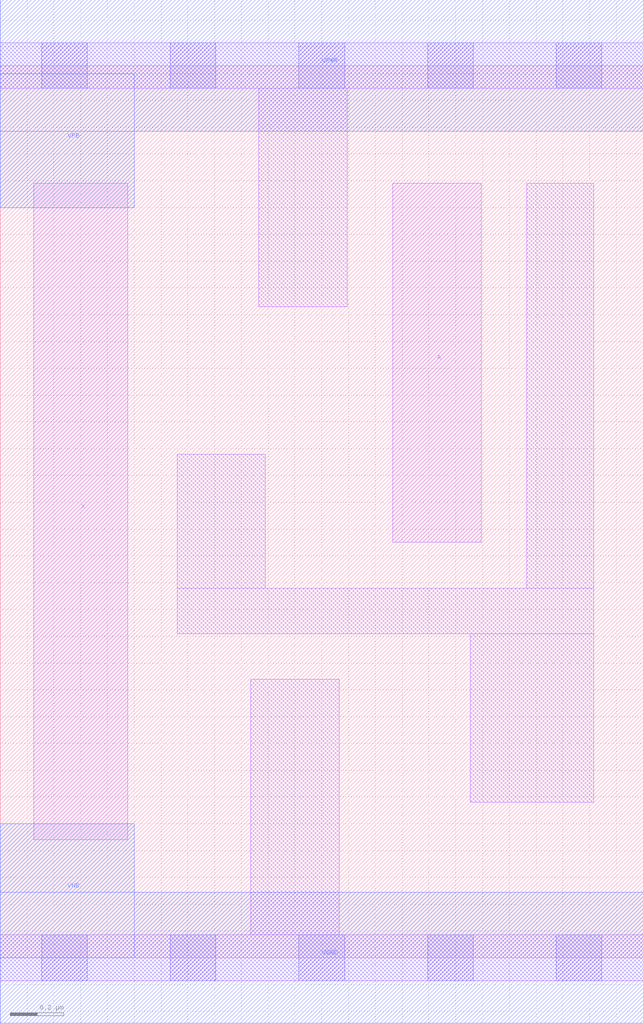
<source format=lef>
# Copyright 2020 The SkyWater PDK Authors
#
# Licensed under the Apache License, Version 2.0 (the "License");
# you may not use this file except in compliance with the License.
# You may obtain a copy of the License at
#
#     https://www.apache.org/licenses/LICENSE-2.0
#
# Unless required by applicable law or agreed to in writing, software
# distributed under the License is distributed on an "AS IS" BASIS,
# WITHOUT WARRANTIES OR CONDITIONS OF ANY KIND, either express or implied.
# See the License for the specific language governing permissions and
# limitations under the License.
#
# SPDX-License-Identifier: Apache-2.0

VERSION 5.5 ;
NAMESCASESENSITIVE ON ;
BUSBITCHARS "[]" ;
DIVIDERCHAR "/" ;
MACRO sky130_fd_sc_lp__buflp_m
  CLASS CORE ;
  SOURCE USER ;
  ORIGIN  0.000000  0.000000 ;
  SIZE  2.400000 BY  3.330000 ;
  SYMMETRY X Y R90 ;
  SITE unit ;
  PIN A
    ANTENNAGATEAREA  0.252000 ;
    DIRECTION INPUT ;
    USE SIGNAL ;
    PORT
      LAYER li1 ;
        RECT 1.465000 1.550000 1.795000 2.890000 ;
    END
  END A
  PIN X
    ANTENNADIFFAREA  0.239400 ;
    DIRECTION OUTPUT ;
    USE SIGNAL ;
    PORT
      LAYER li1 ;
        RECT 0.125000 0.440000 0.475000 2.890000 ;
    END
  END X
  PIN VGND
    DIRECTION INOUT ;
    USE GROUND ;
    PORT
      LAYER met1 ;
        RECT 0.000000 -0.245000 2.400000 0.245000 ;
    END
  END VGND
  PIN VNB
    DIRECTION INOUT ;
    USE GROUND ;
    PORT
      LAYER met1 ;
        RECT 0.000000 0.000000 0.500000 0.500000 ;
    END
  END VNB
  PIN VPB
    DIRECTION INOUT ;
    USE POWER ;
    PORT
      LAYER met1 ;
        RECT 0.000000 2.800000 0.500000 3.300000 ;
    END
  END VPB
  PIN VPWR
    DIRECTION INOUT ;
    USE POWER ;
    PORT
      LAYER met1 ;
        RECT 0.000000 3.085000 2.400000 3.575000 ;
    END
  END VPWR
  OBS
    LAYER li1 ;
      RECT 0.000000 -0.085000 2.400000 0.085000 ;
      RECT 0.000000  3.245000 2.400000 3.415000 ;
      RECT 0.660000  1.210000 2.215000 1.380000 ;
      RECT 0.660000  1.380000 0.990000 1.880000 ;
      RECT 0.935000  0.085000 1.265000 1.040000 ;
      RECT 0.965000  2.430000 1.295000 3.245000 ;
      RECT 1.755000  0.580000 2.215000 1.210000 ;
      RECT 1.965000  1.380000 2.215000 2.890000 ;
    LAYER mcon ;
      RECT 0.155000 -0.085000 0.325000 0.085000 ;
      RECT 0.155000  3.245000 0.325000 3.415000 ;
      RECT 0.635000 -0.085000 0.805000 0.085000 ;
      RECT 0.635000  3.245000 0.805000 3.415000 ;
      RECT 1.115000 -0.085000 1.285000 0.085000 ;
      RECT 1.115000  3.245000 1.285000 3.415000 ;
      RECT 1.595000 -0.085000 1.765000 0.085000 ;
      RECT 1.595000  3.245000 1.765000 3.415000 ;
      RECT 2.075000 -0.085000 2.245000 0.085000 ;
      RECT 2.075000  3.245000 2.245000 3.415000 ;
  END
END sky130_fd_sc_lp__buflp_m
END LIBRARY

</source>
